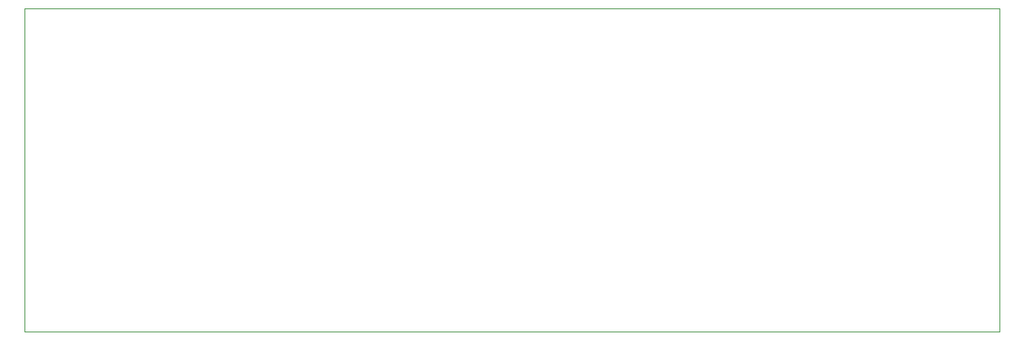
<source format=gbr>
%TF.GenerationSoftware,KiCad,Pcbnew,7.0.10*%
%TF.CreationDate,2024-07-07T01:33:31+02:00*%
%TF.ProjectId,DS100M06V_linear,44533130-304d-4303-9656-5f6c696e6561,rev?*%
%TF.SameCoordinates,Original*%
%TF.FileFunction,Profile,NP*%
%FSLAX46Y46*%
G04 Gerber Fmt 4.6, Leading zero omitted, Abs format (unit mm)*
G04 Created by KiCad (PCBNEW 7.0.10) date 2024-07-07 01:33:31*
%MOMM*%
%LPD*%
G01*
G04 APERTURE LIST*
%TA.AperFunction,Profile*%
%ADD10C,0.100000*%
%TD*%
G04 APERTURE END LIST*
D10*
X85000000Y-106000000D02*
X192750000Y-106000000D01*
X192750000Y-141750000D01*
X85000000Y-141750000D01*
X85000000Y-106000000D01*
M02*

</source>
